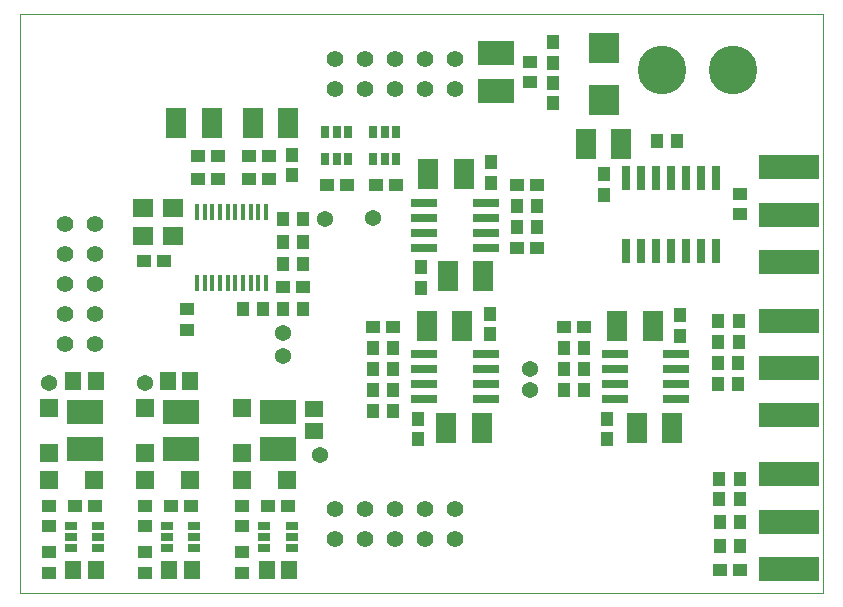
<source format=gts>
G75*
G70*
%OFA0B0*%
%FSLAX24Y24*%
%IPPOS*%
%LPD*%
%AMOC8*
5,1,8,0,0,1.08239X$1,22.5*
%
%ADD10C,0.0000*%
%ADD11C,0.0555*%
%ADD12R,0.0670X0.0631*%
%ADD13R,0.0158X0.0540*%
%ADD14R,0.0434X0.0473*%
%ADD15R,0.0473X0.0434*%
%ADD16R,0.0276X0.0394*%
%ADD17R,0.0670X0.0985*%
%ADD18C,0.0540*%
%ADD19R,0.0906X0.0276*%
%ADD20R,0.0394X0.0276*%
%ADD21R,0.0552X0.0631*%
%ADD22R,0.0591X0.0591*%
%ADD23R,0.1221X0.0827*%
%ADD24R,0.0631X0.0552*%
%ADD25R,0.2009X0.0827*%
%ADD26C,0.1621*%
%ADD27R,0.0985X0.0985*%
%ADD28R,0.0300X0.0840*%
D10*
X001314Y000380D02*
X001314Y019671D01*
X028086Y019671D01*
X028086Y000380D01*
X001314Y000380D01*
D11*
X011814Y002171D03*
X012814Y002171D03*
X013814Y002171D03*
X014814Y002171D03*
X015814Y002171D03*
X015814Y003171D03*
X014814Y003171D03*
X013814Y003171D03*
X012814Y003171D03*
X011814Y003171D03*
X003814Y008671D03*
X002814Y008671D03*
X002814Y009671D03*
X003814Y009671D03*
X003814Y010671D03*
X002814Y010671D03*
X002814Y011671D03*
X003814Y011671D03*
X003814Y012671D03*
X002814Y012671D03*
X011814Y017171D03*
X012814Y017171D03*
X013814Y017171D03*
X014814Y017171D03*
X015814Y017171D03*
X015814Y018171D03*
X014814Y018171D03*
X013814Y018171D03*
X012814Y018171D03*
X011814Y018171D03*
D12*
X006406Y013183D03*
X005422Y013183D03*
X005422Y012277D03*
X006406Y012277D03*
D13*
X007212Y013061D03*
X007468Y013061D03*
X007724Y013061D03*
X007980Y013061D03*
X008236Y013061D03*
X008492Y013061D03*
X008748Y013061D03*
X009004Y013061D03*
X009260Y013061D03*
X009515Y013061D03*
X009515Y010699D03*
X009260Y010699D03*
X009004Y010699D03*
X008748Y010699D03*
X008492Y010699D03*
X008236Y010699D03*
X007980Y010699D03*
X007724Y010699D03*
X007468Y010699D03*
X007212Y010699D03*
D14*
X008729Y009830D03*
X009399Y009830D03*
X010079Y009830D03*
X010749Y009830D03*
X010749Y011330D03*
X010079Y011330D03*
X010079Y012080D03*
X010749Y012080D03*
X010749Y012830D03*
X010079Y012830D03*
X010364Y014295D03*
X010364Y014965D03*
X014664Y011215D03*
X014664Y010545D03*
X016964Y009665D03*
X016964Y008995D03*
X019429Y008530D03*
X020099Y008530D03*
X020099Y007830D03*
X019429Y007830D03*
X019429Y007130D03*
X020099Y007130D03*
X020864Y006165D03*
X020864Y005495D03*
X024614Y004165D03*
X025314Y004165D03*
X025314Y003495D03*
X024614Y003495D03*
X024629Y002730D03*
X025299Y002730D03*
X025299Y001930D03*
X024629Y001930D03*
X024579Y007330D03*
X025249Y007330D03*
X025249Y008030D03*
X024579Y008030D03*
X024564Y008745D03*
X025264Y008745D03*
X025264Y009415D03*
X024564Y009415D03*
X023314Y009615D03*
X023314Y008945D03*
X018549Y012580D03*
X017879Y012580D03*
X017879Y013280D03*
X018549Y013280D03*
X017014Y014045D03*
X017014Y014715D03*
X019064Y016695D03*
X019064Y017365D03*
X019064Y018045D03*
X019064Y018715D03*
X022529Y015430D03*
X023199Y015430D03*
X020764Y014315D03*
X020764Y013645D03*
X013749Y008530D03*
X013079Y008530D03*
X013079Y007830D03*
X013749Y007830D03*
X013749Y007130D03*
X013079Y007130D03*
X013079Y006430D03*
X013749Y006430D03*
X014564Y006165D03*
X014564Y005495D03*
D15*
X010249Y003280D03*
X009579Y003280D03*
X008714Y003265D03*
X008714Y002595D03*
X008714Y001715D03*
X008714Y001045D03*
X006999Y003280D03*
X006329Y003280D03*
X005464Y003265D03*
X005464Y002595D03*
X005464Y001715D03*
X005464Y001045D03*
X003799Y003280D03*
X003129Y003280D03*
X002264Y003265D03*
X002264Y002595D03*
X002264Y001715D03*
X002264Y001045D03*
X006864Y009145D03*
X006864Y009815D03*
X006099Y011430D03*
X005429Y011430D03*
X007229Y014180D03*
X007899Y014180D03*
X007899Y014930D03*
X007229Y014930D03*
X008929Y014930D03*
X009599Y014930D03*
X009599Y014180D03*
X008929Y014180D03*
X011529Y013980D03*
X012199Y013980D03*
X013179Y013980D03*
X013849Y013980D03*
X017879Y013980D03*
X018549Y013980D03*
X018549Y011880D03*
X017879Y011880D03*
X019429Y009230D03*
X020099Y009230D03*
X025314Y012995D03*
X025314Y013665D03*
X018314Y017395D03*
X018314Y018065D03*
X010749Y010580D03*
X010079Y010580D03*
X013079Y009230D03*
X013749Y009230D03*
X024629Y001130D03*
X025299Y001130D03*
D16*
X013838Y014827D03*
X013464Y014827D03*
X013090Y014827D03*
X012238Y014827D03*
X011864Y014827D03*
X011490Y014827D03*
X011490Y015733D03*
X011864Y015733D03*
X012238Y015733D03*
X013090Y015733D03*
X013464Y015733D03*
X013838Y015733D03*
D17*
X014923Y014330D03*
X016104Y014330D03*
X020173Y015330D03*
X021354Y015330D03*
X016754Y010930D03*
X015573Y010930D03*
X016054Y009280D03*
X014873Y009280D03*
X015523Y005880D03*
X016704Y005880D03*
X021223Y009280D03*
X022404Y009280D03*
X021873Y005880D03*
X023054Y005880D03*
X010254Y016030D03*
X009073Y016030D03*
X007704Y016030D03*
X006523Y016030D03*
D18*
X011464Y012830D03*
X013064Y012880D03*
X010064Y009030D03*
X010064Y008280D03*
X011314Y004980D03*
X005464Y007380D03*
X002264Y007380D03*
X018314Y007130D03*
X018314Y007830D03*
D19*
X016837Y007830D03*
X016837Y007330D03*
X016837Y006830D03*
X016837Y008330D03*
X014790Y008330D03*
X014790Y007830D03*
X014790Y007330D03*
X014790Y006830D03*
X021140Y006830D03*
X021140Y007330D03*
X021140Y007830D03*
X021140Y008330D03*
X023187Y008330D03*
X023187Y007830D03*
X023187Y007330D03*
X023187Y006830D03*
X016837Y011880D03*
X016837Y012380D03*
X016837Y012880D03*
X016837Y013380D03*
X014790Y013380D03*
X014790Y012880D03*
X014790Y012380D03*
X014790Y011880D03*
D20*
X010367Y002604D03*
X010367Y002230D03*
X010367Y001856D03*
X009461Y001856D03*
X009461Y002230D03*
X009461Y002604D03*
X007117Y002604D03*
X007117Y002230D03*
X007117Y001856D03*
X006211Y001856D03*
X006211Y002230D03*
X006211Y002604D03*
X003917Y002604D03*
X003917Y002230D03*
X003917Y001856D03*
X003011Y001856D03*
X003011Y002230D03*
X003011Y002604D03*
D21*
X003090Y001130D03*
X003838Y001130D03*
X006290Y001130D03*
X007038Y001130D03*
X009540Y001130D03*
X010288Y001130D03*
X006988Y007430D03*
X006240Y007430D03*
X003838Y007430D03*
X003090Y007430D03*
D22*
X002264Y006528D03*
X002264Y005032D03*
X002266Y004130D03*
X003762Y004130D03*
X005466Y004130D03*
X005464Y005032D03*
X006962Y004130D03*
X008716Y004130D03*
X008714Y005032D03*
X010212Y004130D03*
X008714Y006528D03*
X005464Y006528D03*
D23*
X006664Y006410D03*
X006664Y005150D03*
X003464Y005150D03*
X003464Y006410D03*
X009914Y006410D03*
X009914Y005150D03*
X017164Y017100D03*
X017164Y018360D03*
D24*
X011114Y006504D03*
X011114Y005756D03*
D25*
X026942Y006286D03*
X026942Y007860D03*
X026942Y009435D03*
X026942Y011404D03*
X026942Y012978D03*
X026942Y014553D03*
X026942Y004317D03*
X026942Y002742D03*
X026942Y001167D03*
D26*
X025067Y017803D03*
X022705Y017803D03*
D27*
X020764Y018546D03*
X020764Y016814D03*
D28*
X021514Y014190D03*
X022014Y014190D03*
X022514Y014190D03*
X023014Y014190D03*
X023514Y014190D03*
X024014Y014190D03*
X024514Y014190D03*
X024514Y011770D03*
X024014Y011770D03*
X023514Y011770D03*
X023014Y011770D03*
X022514Y011770D03*
X022014Y011770D03*
X021514Y011770D03*
M02*

</source>
